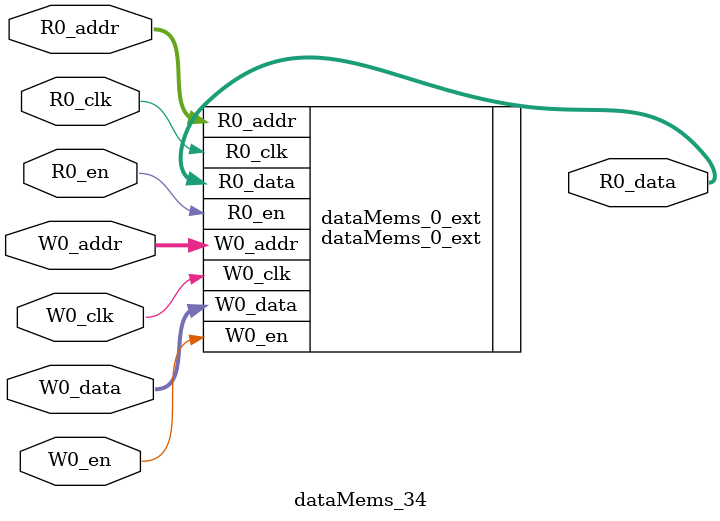
<source format=sv>
`ifndef RANDOMIZE
  `ifdef RANDOMIZE_REG_INIT
    `define RANDOMIZE
  `endif // RANDOMIZE_REG_INIT
`endif // not def RANDOMIZE
`ifndef RANDOMIZE
  `ifdef RANDOMIZE_MEM_INIT
    `define RANDOMIZE
  `endif // RANDOMIZE_MEM_INIT
`endif // not def RANDOMIZE

`ifndef RANDOM
  `define RANDOM $random
`endif // not def RANDOM

// Users can define 'PRINTF_COND' to add an extra gate to prints.
`ifndef PRINTF_COND_
  `ifdef PRINTF_COND
    `define PRINTF_COND_ (`PRINTF_COND)
  `else  // PRINTF_COND
    `define PRINTF_COND_ 1
  `endif // PRINTF_COND
`endif // not def PRINTF_COND_

// Users can define 'ASSERT_VERBOSE_COND' to add an extra gate to assert error printing.
`ifndef ASSERT_VERBOSE_COND_
  `ifdef ASSERT_VERBOSE_COND
    `define ASSERT_VERBOSE_COND_ (`ASSERT_VERBOSE_COND)
  `else  // ASSERT_VERBOSE_COND
    `define ASSERT_VERBOSE_COND_ 1
  `endif // ASSERT_VERBOSE_COND
`endif // not def ASSERT_VERBOSE_COND_

// Users can define 'STOP_COND' to add an extra gate to stop conditions.
`ifndef STOP_COND_
  `ifdef STOP_COND
    `define STOP_COND_ (`STOP_COND)
  `else  // STOP_COND
    `define STOP_COND_ 1
  `endif // STOP_COND
`endif // not def STOP_COND_

// Users can define INIT_RANDOM as general code that gets injected into the
// initializer block for modules with registers.
`ifndef INIT_RANDOM
  `define INIT_RANDOM
`endif // not def INIT_RANDOM

// If using random initialization, you can also define RANDOMIZE_DELAY to
// customize the delay used, otherwise 0.002 is used.
`ifndef RANDOMIZE_DELAY
  `define RANDOMIZE_DELAY 0.002
`endif // not def RANDOMIZE_DELAY

// Define INIT_RANDOM_PROLOG_ for use in our modules below.
`ifndef INIT_RANDOM_PROLOG_
  `ifdef RANDOMIZE
    `ifdef VERILATOR
      `define INIT_RANDOM_PROLOG_ `INIT_RANDOM
    `else  // VERILATOR
      `define INIT_RANDOM_PROLOG_ `INIT_RANDOM #`RANDOMIZE_DELAY begin end
    `endif // VERILATOR
  `else  // RANDOMIZE
    `define INIT_RANDOM_PROLOG_
  `endif // RANDOMIZE
`endif // not def INIT_RANDOM_PROLOG_

// Include register initializers in init blocks unless synthesis is set
`ifndef SYNTHESIS
  `ifndef ENABLE_INITIAL_REG_
    `define ENABLE_INITIAL_REG_
  `endif // not def ENABLE_INITIAL_REG_
`endif // not def SYNTHESIS

// Include rmemory initializers in init blocks unless synthesis is set
`ifndef SYNTHESIS
  `ifndef ENABLE_INITIAL_MEM_
    `define ENABLE_INITIAL_MEM_
  `endif // not def ENABLE_INITIAL_MEM_
`endif // not def SYNTHESIS

module dataMems_34(	// @[generators/ara/src/main/scala/UnsafeAXI4ToTL.scala:365:62]
  input  [4:0]  R0_addr,
  input         R0_en,
  input         R0_clk,
  output [66:0] R0_data,
  input  [4:0]  W0_addr,
  input         W0_en,
  input         W0_clk,
  input  [66:0] W0_data
);

  dataMems_0_ext dataMems_0_ext (	// @[generators/ara/src/main/scala/UnsafeAXI4ToTL.scala:365:62]
    .R0_addr (R0_addr),
    .R0_en   (R0_en),
    .R0_clk  (R0_clk),
    .R0_data (R0_data),
    .W0_addr (W0_addr),
    .W0_en   (W0_en),
    .W0_clk  (W0_clk),
    .W0_data (W0_data)
  );
endmodule


</source>
